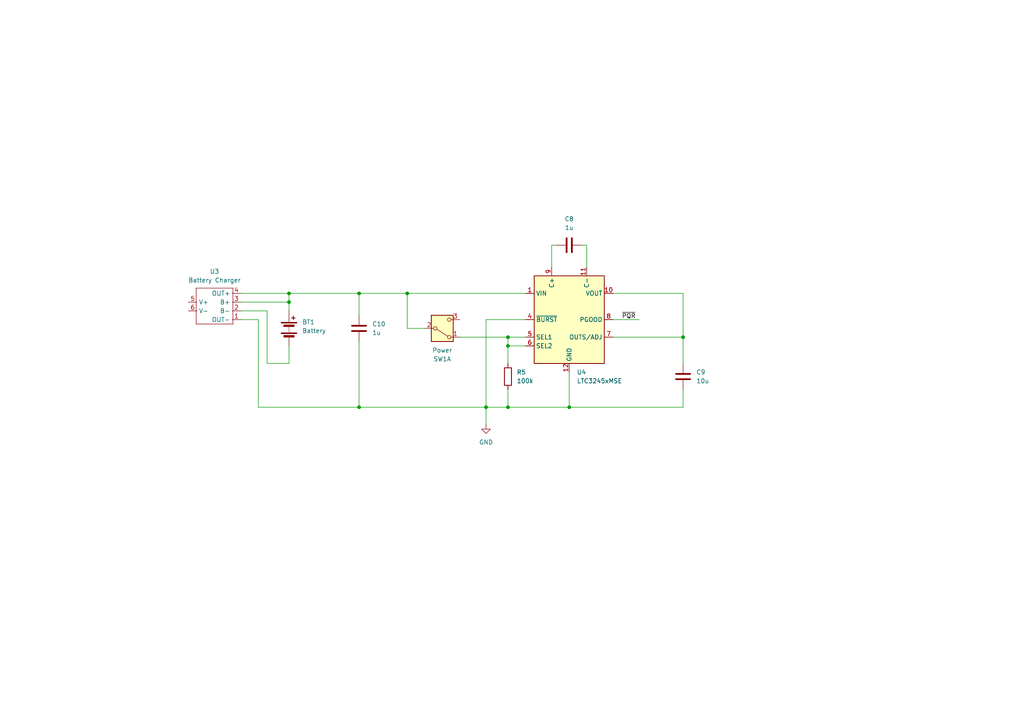
<source format=kicad_sch>
(kicad_sch (version 20231120) (generator "eeschema") (generator_version "8.0")
  (paper "A4")
  (lib_symbols
    (symbol "Device:Battery" (pin_numbers hide) (pin_names (offset 0) hide)
      (property "Reference" "BT" (at 2.54 2.54 0))
      (property "Value" "Battery" (at 2.54 0 0))
      (symbol "Battery_0_1"
        (rectangle (start -2.286 -1.27) (end 2.286 -1.524) (fill (type outline)))
        (rectangle (start -2.286 1.778) (end 2.286 1.524) (fill (type outline)))
        (rectangle (start -1.524 -2.032) (end 1.524 -2.54) (fill (type outline)))
        (rectangle (start -1.524 1.016) (end 1.524 0.508) (fill (type outline)))
        (polyline (pts (xy 0 -1.016) (xy 0 -0.762)))
        (polyline (pts (xy 0 -0.508) (xy 0 -0.254)))
        (polyline (pts (xy 0 0) (xy 0 0.254)))
        (polyline (pts (xy 0 1.778) (xy 0 2.54)))
        (polyline (pts (xy 0.762 3.048) (xy 1.778 3.048)) (stroke (width 0.254)))
        (polyline (pts (xy 1.27 3.556) (xy 1.27 2.54)) (stroke (width 0.254)))
      )
      (symbol "Battery_1_1"
        (pin passive line (at 0 5.08 270) (length 2.54) (name "+") (number "1"))
        (pin passive line (at 0 -5.08 90) (length 2.54) (name "-") (number "2"))
      )
    )
    (symbol "Device:C" (pin_numbers hide) (pin_names (offset 0.254))
      (property "Reference" "C" (at 0.635 2.54 0))
      (property "Value" "C" (at 0.635 -2.54 0))
      (symbol "C_0_1"
        (polyline (pts (xy -2.032 -0.762) (xy 2.032 -0.762)) (stroke (width 0.508)))
        (polyline (pts (xy -2.032 0.762) (xy 2.032 0.762)) (stroke (width 0.508)))
      )
      (symbol "C_1_1"
        (pin passive line (at 0 3.81 270) (length 2.794) (name "~") (number "1"))
        (pin passive line (at 0 -3.81 90) (length 2.794) (name "~") (number "2"))
      )
    )
    (symbol "Device:R" (pin_numbers hide) (pin_names (offset 0))
      (property "Reference" "R" (at 2.032 0 90))
      (property "Value" "R" (at 0 0 90))
      (symbol "R_0_1"
        (rectangle (start -1.016 -2.54) (end 1.016 2.54) (stroke (width 0.254)))
      )
      (symbol "R_1_1"
        (pin passive line (at 0 3.81 270) (length 1.27) (name "~") (number "1"))
        (pin passive line (at 0 -3.81 90) (length 1.27) (name "~") (number "2"))
      )
    )
    (symbol "My_Parts:LiBatCharger"
      (property "Reference" "U" (at -11.938 10.414 0))
      (property "Value" "Battery Charger" (at -5.334 -2.794 0))
      (symbol "LiBatCharger_0_1"
        (rectangle (start -12.954 9.144) (end -12.954 -1.27))
        (rectangle (start -2.286 -1.27) (end -12.954 -1.27))
        (rectangle (start -2.286 -1.27) (end -2.286 9.144))
        (rectangle (start -2.286 9.144) (end -12.954 9.144))
      )
      (symbol "LiBatCharger_1_1"
        (pin output line (at 0 0 180) (length 2.54) (name "OUT-") (number "1"))
        (pin output line (at 0 2.54 180) (length 2.54) (name "B-") (number "2"))
        (pin output line (at 0 5.08 180) (length 2.54) (name "B+") (number "3"))
        (pin output line (at 0 7.62 180) (length 2.54) (name "OUT+") (number "4"))
        (pin input line (at -15.24 5.08 0) (length 2.54) (name "V+") (number "5"))
        (pin input line (at -15.24 2.54 0) (length 2.54) (name "V-") (number "6"))
      )
    )
    (symbol "Regulator_Switching:LTC3245xMSE"
      (property "Reference" "U" (at 3.81 -15.24 0))
      (property "Value" "LTC3245xMSE" (at 3.81 -17.78 0))
      (symbol "LTC3245xMSE_0_0"
        (pin passive line (at 5.08 15.24 270) (length 2.54) (name "C-") (number "11"))
        (pin power_in line (at 0 -15.24 90) (length 2.54) (name "GND") (number "12"))
        (pin input line (at -12.7 0 0) (length 2.54) (name "~{BURST}") (number "4"))
        (pin input line (at -12.7 -5.08 0) (length 2.54) (name "SEL1") (number "5"))
        (pin input line (at -12.7 -7.62 0) (length 2.54) (name "SEL2") (number "6"))
        (pin passive line (at -5.08 15.24 270) (length 2.54) (name "C+") (number "9"))
      )
      (symbol "LTC3245xMSE_1_0"
        (rectangle (start -10.16 12.7) (end 10.16 -12.7) (stroke (width 0.254)) (fill (type background)))
        (pin power_in line (at -12.7 7.62 0) (length 2.54) (name "VIN") (number "1"))
        (pin power_out line (at 12.7 7.62 180) (length 2.54) (name "VOUT") (number "10"))
        (pin passive line (at 0 -15.24 90) (length 2.54) hide (name "EP") (number "13"))
        (pin input line (at -12.7 7.62 0) (length 2.54) hide (name "VIN") (number "2"))
        (pin input line (at -12.7 7.62 0) (length 2.54) hide (name "VIN") (number "3"))
        (pin input line (at 12.7 -5.08 180) (length 2.54) (name "OUTS/ADJ") (number "7"))
        (pin output line (at 12.7 0 180) (length 2.54) (name "PGOOD") (number "8"))
      )
    )
    (symbol "Switch:SW_DPDT_x2" (pin_names (offset 0) hide)
      (property "Reference" "SW" (at 0 5.08 0))
      (property "Value" "SW_DPDT_x2" (at 0 -5.08 0))
      (symbol "SW_DPDT_x2_0_0"
        (circle (center -2.032 0) (radius 0.508))
        (circle (center 2.032 -2.54) (radius 0.508))
      )
      (symbol "SW_DPDT_x2_0_1"
        (rectangle (start -3.175 3.81) (end 3.175 -3.81) (stroke (width 0.254)) (fill (type background)))
        (polyline (pts (xy -1.524 0.254) (xy 1.5748 2.286)))
        (circle (center 2.032 2.54) (radius 0.508))
      )
      (symbol "SW_DPDT_x2_1_1"
        (pin passive line (at 5.08 2.54 180) (length 2.54) (name "A") (number "1"))
        (pin passive line (at -5.08 0 0) (length 2.54) (name "B") (number "2"))
        (pin passive line (at 5.08 -2.54 180) (length 2.54) (name "C") (number "3"))
      )
      (symbol "SW_DPDT_x2_2_1"
        (pin passive line (at 5.08 2.54 180) (length 2.54) (name "A") (number "4"))
        (pin passive line (at -5.08 0 0) (length 2.54) (name "B") (number "5"))
        (pin passive line (at 5.08 -2.54 180) (length 2.54) (name "C") (number "6"))
      )
    )
    (symbol "power:GND" (power) (pin_numbers hide) (pin_names (offset 0) hide)
      (property "Value" "GND" (at 0 -3.81 0))
      (symbol "GND_0_1"
        (polyline (pts (xy 0 0) (xy 0 -1.27) (xy 1.27 -1.27) (xy 0 -2.54) (xy -1.27 -1.27) (xy 0 -1.27)))
      )
      (symbol "GND_1_1"
        (pin power_in line (at 0 0 270) (length 0) (name "~") (number "1"))
      )
    )
  )
  (junction (at 104.14 85.09))
  (junction (at 83.82 85.09))
  (junction (at 147.32 97.79))
  (junction (at 147.32 118.11))
  (junction (at 140.97 118.11))
  (junction (at 198.12 97.79))
  (junction (at 118.11 85.09))
  (junction (at 104.14 118.11))
  (junction (at 147.32 100.33))
  (junction (at 83.82 87.63))
  (junction (at 165.1 118.11))
  (wire (pts (xy 160.02 77.47) (xy 160.02 71.12)))
  (wire (pts (xy 83.82 100.33) (xy 83.82 105.41)))
  (wire (pts (xy 152.4 92.71) (xy 140.97 92.71)))
  (wire (pts (xy 177.8 97.79) (xy 198.12 97.79)))
  (wire (pts (xy 74.93 118.11) (xy 104.14 118.11)))
  (wire (pts (xy 168.91 71.12) (xy 170.18 71.12)))
  (wire (pts (xy 198.12 113.03) (xy 198.12 118.11)))
  (wire (pts (xy 69.85 87.63) (xy 83.82 87.63)))
  (wire (pts (xy 177.8 92.71) (xy 185.42 92.71)))
  (wire (pts (xy 104.14 85.09) (xy 104.14 91.44)))
  (wire (pts (xy 118.11 85.09) (xy 152.4 85.09)))
  (wire (pts (xy 170.18 71.12) (xy 170.18 77.47)))
  (wire (pts (xy 140.97 92.71) (xy 140.97 118.11)))
  (wire (pts (xy 147.32 118.11) (xy 165.1 118.11)))
  (wire (pts (xy 152.4 97.79) (xy 147.32 97.79)))
  (wire (pts (xy 123.19 95.25) (xy 118.11 95.25)))
  (wire (pts (xy 165.1 118.11) (xy 198.12 118.11)))
  (wire (pts (xy 104.14 118.11) (xy 140.97 118.11)))
  (wire (pts (xy 104.14 99.06) (xy 104.14 118.11)))
  (wire (pts (xy 74.93 92.71) (xy 74.93 118.11)))
  (wire (pts (xy 165.1 107.95) (xy 165.1 118.11)))
  (wire (pts (xy 77.47 90.17) (xy 69.85 90.17)))
  (wire (pts (xy 83.82 87.63) (xy 83.82 90.17)))
  (wire (pts (xy 147.32 100.33) (xy 152.4 100.33)))
  (wire (pts (xy 147.32 100.33) (xy 147.32 105.41)))
  (wire (pts (xy 147.32 113.03) (xy 147.32 118.11)))
  (wire (pts (xy 177.8 85.09) (xy 198.12 85.09)))
  (wire (pts (xy 160.02 71.12) (xy 161.29 71.12)))
  (wire (pts (xy 83.82 85.09) (xy 83.82 87.63)))
  (wire (pts (xy 83.82 85.09) (xy 104.14 85.09)))
  (wire (pts (xy 77.47 105.41) (xy 77.47 90.17)))
  (wire (pts (xy 198.12 85.09) (xy 198.12 97.79)))
  (wire (pts (xy 118.11 95.25) (xy 118.11 85.09)))
  (wire (pts (xy 147.32 97.79) (xy 147.32 100.33)))
  (wire (pts (xy 140.97 118.11) (xy 147.32 118.11)))
  (wire (pts (xy 83.82 105.41) (xy 77.47 105.41)))
  (wire (pts (xy 140.97 118.11) (xy 140.97 123.19)))
  (wire (pts (xy 133.35 97.79) (xy 147.32 97.79)))
  (wire (pts (xy 74.93 92.71) (xy 69.85 92.71)))
  (wire (pts (xy 104.14 85.09) (xy 118.11 85.09)))
  (wire (pts (xy 69.85 85.09) (xy 83.82 85.09)))
  (wire (pts (xy 198.12 97.79) (xy 198.12 105.41)))
  (label "~{PQR}" (at 180.34 92.71 0))
  (symbol (lib_id "Device:C") (at 198.12 109.22 180) (unit 1)
    (property "Reference" "C9" (at 201.93 107.9499 0) (effects (justify right)))
    (property "Value" "10u" (at 201.93 110.4899 0) (effects (justify right)))
    (property "Footprint" "Capacitor_THT:C_Disc_D5.0mm_W2.5mm_P2.50mm" (effects (hide yes)))
    (property "Description" "Unpolarized capacitor" (effects (hide yes)))
  )
  (symbol (lib_id "Device:Battery") (at 83.82 95.25 0) (unit 1)
    (property "Reference" "BT1" (at 87.63 93.4084 0) (effects (justify left)))
    (property "Value" "Battery" (at 87.63 95.9484 0) (effects (justify left)))
    (property "Footprint" "My_Headers:2-pin JST Battery In" (effects (hide yes)))
    (property "Description" "Multiple-cell battery" (effects (hide yes)))
  )
  (symbol (lib_id "Regulator_Switching:LTC3245xMSE") (at 165.1 92.71 0) (unit 1)
    (property "Reference" "U4" (at 167.2941 107.95 0) (effects (justify left)))
    (property "Value" "LTC3245xMSE" (at 167.2941 110.49 0) (effects (justify left)))
    (property "Footprint" "Package_SO:MSOP-12-1EP_3x4.039mm_P0.65mm_EP1.651x2.845mm" (effects (hide yes)))
    (property "Datasheet" "https://www.analog.com/media/en/technical-documentation/data-sheets/ltc3245.pdf" (effects (hide yes)))
    (property "Description" "Wide VIN Range, Low Noise, 250mA Buck-Boost Charge Pump, MSOP-12" (effects (hide yes)))
  )
  (symbol (lib_id "Device:C") (at 104.14 95.25 0) (unit 1)
    (property "Reference" "C10" (at 107.95 93.9799 0) (effects (justify left)))
    (property "Value" "1u" (at 107.95 96.5199 0) (effects (justify left)))
    (property "Footprint" "Capacitor_THT:C_Disc_D5.0mm_W2.5mm_P2.50mm" (effects (hide yes)))
    (property "Description" "Unpolarized capacitor" (effects (hide yes)))
  )
  (symbol (lib_id "Device:R") (at 147.32 109.22 0) (unit 1)
    (property "Reference" "R5" (at 149.86 107.9499 0) (effects (justify left)))
    (property "Value" "100k" (at 149.86 110.4899 0) (effects (justify left)))
    (property "Footprint" "Resistor_THT:R_Axial_DIN0207_L6.3mm_D2.5mm_P10.16mm_Horizontal" (effects (hide yes)))
    (property "Description" "Resistor" (effects (hide yes)))
  )
  (symbol (lib_id "power:GND") (at 140.97 123.19 0) (unit 1)
    (property "Reference" "#PWR08" (effects (hide yes)))
    (property "Value" "GND" (at 140.97 128.27 0))
    (property "Description" "Power symbol creates a global label with name \"GND\" , ground" (effects (hide yes)))
  )
  (symbol (lib_id "Switch:SW_DPDT_x2") (at 128.27 95.25 0) (mirror x) (unit 1)
    (property "Reference" "SW1" (at 128.27 104.14 0))
    (property "Value" "Power" (at 128.27 101.6 0))
    (property "Footprint" "My_Parts:Switch slide 2-pole on-on" (effects (hide yes)))
    (property "Description" "Switch, dual pole double throw, separate symbols" (effects (hide yes)))
  )
  (symbol (lib_id "Device:C") (at 165.1 71.12 90) (unit 1)
    (property "Reference" "C8" (at 165.1 63.5 90))
    (property "Value" "1u" (at 165.1 66.04 90))
    (property "Footprint" "Capacitor_THT:C_Disc_D5.0mm_W2.5mm_P2.50mm" (effects (hide yes)))
    (property "Description" "Unpolarized capacitor" (effects (hide yes)))
  )
  (symbol (lib_id "My_Parts:LiBatCharger") (at 69.85 92.71 0) (unit 1)
    (property "Reference" "U3" (at 62.23 78.74 0))
    (property "Value" "Battery Charger" (at 62.23 81.28 0))
    (property "Footprint" "My_Headers:4-pin Battery Charger" (effects (hide yes)))
  )
)
</source>
